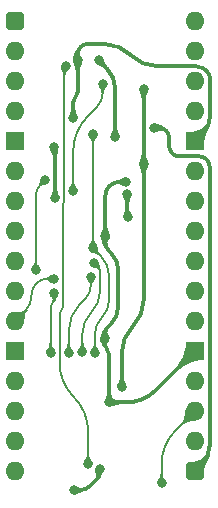
<source format=gbl>
%TF.GenerationSoftware,KiCad,Pcbnew,9.0.7-9.0.7~ubuntu24.04.1*%
%TF.CreationDate,2026-01-21T08:36:54+02:00*%
%TF.ProjectId,Main Memory Small Enable,4d61696e-204d-4656-9d6f-727920536d61,V0*%
%TF.SameCoordinates,Original*%
%TF.FileFunction,Copper,L2,Bot*%
%TF.FilePolarity,Positive*%
%FSLAX46Y46*%
G04 Gerber Fmt 4.6, Leading zero omitted, Abs format (unit mm)*
G04 Created by KiCad (PCBNEW 9.0.7-9.0.7~ubuntu24.04.1) date 2026-01-21 08:36:54*
%MOMM*%
%LPD*%
G01*
G04 APERTURE LIST*
G04 Aperture macros list*
%AMRoundRect*
0 Rectangle with rounded corners*
0 $1 Rounding radius*
0 $2 $3 $4 $5 $6 $7 $8 $9 X,Y pos of 4 corners*
0 Add a 4 corners polygon primitive as box body*
4,1,4,$2,$3,$4,$5,$6,$7,$8,$9,$2,$3,0*
0 Add four circle primitives for the rounded corners*
1,1,$1+$1,$2,$3*
1,1,$1+$1,$4,$5*
1,1,$1+$1,$6,$7*
1,1,$1+$1,$8,$9*
0 Add four rect primitives between the rounded corners*
20,1,$1+$1,$2,$3,$4,$5,0*
20,1,$1+$1,$4,$5,$6,$7,0*
20,1,$1+$1,$6,$7,$8,$9,0*
20,1,$1+$1,$8,$9,$2,$3,0*%
G04 Aperture macros list end*
%TA.AperFunction,ComponentPad*%
%ADD10O,1.600000X1.600000*%
%TD*%
%TA.AperFunction,ComponentPad*%
%ADD11R,1.600000X1.600000*%
%TD*%
%TA.AperFunction,ComponentPad*%
%ADD12RoundRect,0.400000X-0.400000X-0.400000X0.400000X-0.400000X0.400000X0.400000X-0.400000X0.400000X0*%
%TD*%
%TA.AperFunction,ViaPad*%
%ADD13C,0.800000*%
%TD*%
%TA.AperFunction,Conductor*%
%ADD14C,0.380000*%
%TD*%
%TA.AperFunction,Conductor*%
%ADD15C,0.200000*%
%TD*%
G04 APERTURE END LIST*
D10*
%TO.P,J2,32*%
%TO.N,3.3V*%
X15240000Y0D03*
%TO.P,J2,31*%
%TO.N,unconnected-(J2-Pad31)*%
X15240000Y-2540000D03*
%TO.P,J2,30*%
%TO.N,unconnected-(J2-Pad30)*%
X15240000Y-5080000D03*
%TO.P,J2,29*%
%TO.N,~{Main Memory}*%
X15240000Y-7620000D03*
D11*
%TO.P,J2,28*%
%TO.N,GND*%
X15240000Y-10160000D03*
D10*
%TO.P,J2,27*%
%TO.N,unconnected-(J2-Pad27)*%
X15240000Y-12700000D03*
%TO.P,J2,26*%
%TO.N,unconnected-(J2-Pad26)*%
X15240000Y-15240000D03*
%TO.P,J2,25*%
%TO.N,unconnected-(J2-Pad25)*%
X15240000Y-17780000D03*
%TO.P,J2,24*%
%TO.N,unconnected-(J2-Pad24)*%
X15240000Y-20320000D03*
%TO.P,J2,23*%
%TO.N,unconnected-(J2-Pad23)*%
X15240000Y-22860000D03*
%TO.P,J2,22*%
%TO.N,unconnected-(J2-Pad22)*%
X15240000Y-25400000D03*
D11*
%TO.P,J2,21*%
%TO.N,GND*%
X15240000Y-27940000D03*
D10*
%TO.P,J2,20*%
%TO.N,unconnected-(J2-Pad20)*%
X15240000Y-30480000D03*
%TO.P,J2,19*%
%TO.N,~{Contention}*%
X15240000Y-33020000D03*
%TO.P,J2,18*%
%TO.N,unconnected-(J2-Pad18)*%
X15240000Y-35560000D03*
D12*
%TO.P,J2,17*%
%TO.N,5V*%
X15240000Y-38100000D03*
D10*
%TO.P,J2,16*%
%TO.N,~{Set Contention}*%
X0Y-38100000D03*
%TO.P,J2,15*%
%TO.N,~{Reset}*%
X0Y-35560000D03*
%TO.P,J2,14*%
%TO.N,unconnected-(J2-Pad14)*%
X0Y-33020000D03*
%TO.P,J2,13*%
%TO.N,~{Main}7*%
X0Y-30480000D03*
D11*
%TO.P,J2,12*%
%TO.N,GND*%
X0Y-27940000D03*
D10*
%TO.P,J2,11*%
%TO.N,~{Main}6*%
X0Y-25400000D03*
%TO.P,J2,10*%
%TO.N,~{Main}5*%
X0Y-22860000D03*
%TO.P,J2,9*%
%TO.N,~{Main}4*%
X0Y-20320000D03*
%TO.P,J2,8*%
%TO.N,~{Main}3*%
X0Y-17780000D03*
%TO.P,J2,7*%
%TO.N,~{Main}2*%
X0Y-15240000D03*
%TO.P,J2,6*%
%TO.N,~{Main}1*%
X0Y-12700000D03*
D11*
%TO.P,J2,5*%
%TO.N,GND*%
X0Y-10160000D03*
D10*
%TO.P,J2,4*%
%TO.N,~{Main}0*%
X0Y-7620000D03*
%TO.P,J2,3*%
%TO.N,unconnected-(J2-Pad3)*%
X0Y-5080000D03*
%TO.P,J2,2*%
%TO.N,unconnected-(J2-Pad2)*%
X0Y-2540000D03*
D12*
%TO.P,J2,1*%
%TO.N,5V*%
X0Y0D03*
%TD*%
D13*
%TO.N,/~{Pre-Main Memory}*%
X7454207Y-5311000D03*
X4953000Y-14351000D03*
%TO.N,/Pre-Main Memory*%
X1790000Y-21082000D03*
X2540003Y-13461997D03*
%TO.N,~{Main}2*%
X6459010Y-21611998D03*
X4572000Y-28067002D03*
%TO.N,~{Main}1*%
X6731000Y-20447000D03*
X5738972Y-28021223D03*
%TO.N,~{Main}0*%
X6604006Y-19177000D03*
X6626565Y-9497830D03*
X6787507Y-28076711D03*
%TO.N,3.3V*%
X9076004Y-30920004D03*
X10922000Y-5715000D03*
X10922000Y-12065000D03*
%TO.N,GND*%
X5334000Y-3302000D03*
X8001000Y-32258000D03*
X3301992Y-10668000D03*
X5016500Y-39687500D03*
X7670000Y-18161000D03*
X7184500Y-37918500D03*
X3429000Y-14986000D03*
X4961382Y-8201956D03*
X7608000Y-26797000D03*
X9398000Y-13589000D03*
%TO.N,5V*%
X9570000Y-16588000D03*
X7112000Y-3302000D03*
X11810996Y-9017002D03*
X8509000Y-9779000D03*
X9525000Y-14605000D03*
%TO.N,~{Contention}*%
X12446000Y-39116000D03*
%TO.N,~{Main}3*%
X3318370Y-22987000D03*
X3049499Y-28047079D03*
%TO.N,~{Main}6*%
X3293731Y-21785205D03*
%TO.N,/Contention*%
X6223000Y-37465000D03*
X4318000Y-3810000D03*
%TD*%
D14*
%TO.N,5V*%
X13081000Y-10562789D02*
G75*
G03*
X13334997Y-11176003I867200J-11D01*
G01*
X13335000Y-11176000D02*
G75*
G03*
X13948210Y-11429996I613200J613200D01*
G01*
X12827001Y-9271001D02*
G75*
G03*
X12213793Y-9017004I-613201J-613199D01*
G01*
X16256000Y-11684000D02*
G75*
G03*
X15642789Y-11430004I-613200J-613200D01*
G01*
X16510000Y-35931974D02*
G75*
G02*
X15875001Y-37465001I-2168040J4D01*
G01*
X12827001Y-9271001D02*
G75*
G02*
X13080996Y-9884208I-613201J-613199D01*
G01*
X16256000Y-11684000D02*
G75*
G02*
X16509996Y-12297210I-613200J-613200D01*
G01*
X9525000Y-16511180D02*
G75*
G03*
X9547494Y-16565506I76800J-20D01*
G01*
X7810500Y-4000500D02*
G75*
G02*
X8509001Y-5686828I-1686330J-1686330D01*
G01*
%TO.N,GND*%
X8885460Y-13589000D02*
G75*
G03*
X8026012Y-13945012I40J-1215500D01*
G01*
X7828263Y-25953736D02*
G75*
G03*
X7607991Y-26485500I531737J-531764D01*
G01*
X7807500Y-27746500D02*
G75*
G02*
X8001021Y-28213650I-467200J-467200D01*
G01*
X8216500Y-19685000D02*
G75*
G02*
X8763013Y-21004367I-1319400J-1319400D01*
G01*
X9842500Y-2857500D02*
G75*
G03*
X12142038Y-3810001I2299540J2299540D01*
G01*
X16226499Y-4161499D02*
G75*
G03*
X15377904Y-3809998I-848599J-848601D01*
G01*
X9842500Y-2857500D02*
G75*
G03*
X7542961Y-1904996I-2299540J-2299530D01*
G01*
X16577999Y-7875892D02*
G75*
G02*
X15909001Y-9491002I-2284099J-8D01*
G01*
X7614000Y-27279349D02*
G75*
G03*
X7807500Y-27746500I660650J-1D01*
G01*
X5588000Y-2159000D02*
G75*
G03*
X5334004Y-2772210I613200J-613200D01*
G01*
X7184500Y-38227000D02*
G75*
G02*
X6966361Y-38753646I-744800J0D01*
G01*
X8763000Y-24202291D02*
G75*
G02*
X8185502Y-25596502I-1971720J1D01*
G01*
X3365496Y-10731504D02*
G75*
G02*
X3428993Y-10884816I-153296J-153296D01*
G01*
X16226499Y-4161499D02*
G75*
G02*
X16578002Y-5010094I-848599J-848601D01*
G01*
X5147691Y-6409309D02*
G75*
G03*
X4961387Y-6859098I449809J-449791D01*
G01*
X11954729Y-31225270D02*
G75*
G02*
X9461500Y-32257999I-2493229J2493230D01*
G01*
X8026000Y-13945000D02*
G75*
G03*
X7669983Y-14804460I859500J-859500D01*
G01*
X7670000Y-18649750D02*
G75*
G03*
X8015599Y-19484097I1179940J0D01*
G01*
X6201210Y-1905000D02*
G75*
G03*
X5587997Y-2158997I-10J-867200D01*
G01*
X7611000Y-26800000D02*
G75*
G02*
X7613982Y-26807242I-7200J-7200D01*
G01*
X6391710Y-39328289D02*
G75*
G02*
X5524500Y-39687505I-867210J867189D01*
G01*
X5334000Y-5959519D02*
G75*
G02*
X5147682Y-6409300I-636100J19D01*
G01*
%TO.N,3.3V*%
X10922000Y-23586683D02*
G75*
G02*
X9999002Y-25814998I-3151320J3D01*
G01*
X9999002Y-25814998D02*
G75*
G03*
X9076008Y-28043312I2228298J-2228302D01*
G01*
D15*
%TO.N,/Contention*%
X4135685Y-15339976D02*
G75*
G03*
X4068363Y-15502488I162515J-162524D01*
G01*
X4203000Y-15177463D02*
G75*
G02*
X4135698Y-15339989I-229800J-37D01*
G01*
X3799499Y-28882825D02*
G75*
G03*
X5011247Y-31808251I4137171J-5D01*
G01*
X4068370Y-24193879D02*
G75*
G02*
X3933937Y-24518438I-459000J-1D01*
G01*
X4260500Y-3867500D02*
G75*
G03*
X4203007Y-4006317I138800J-138800D01*
G01*
X5011249Y-31808249D02*
G75*
G02*
X6222996Y-34733673I-2925429J-2925421D01*
G01*
X3933934Y-24518435D02*
G75*
G03*
X3799495Y-24842991I324566J-324565D01*
G01*
%TO.N,~{Main}6*%
X2755763Y-21785205D02*
G75*
G03*
X1837393Y-22165605I-3J-1298765D01*
G01*
X1426968Y-23274532D02*
G75*
G02*
X933053Y-24466946I-1686338J5D01*
G01*
X1822381Y-22180618D02*
G75*
G03*
X1426967Y-23135231I954609J-954612D01*
G01*
%TO.N,~{Main}3*%
X3318370Y-23544008D02*
G75*
G02*
X3183926Y-23868556I-458970J8D01*
G01*
X3183934Y-23868564D02*
G75*
G03*
X3049516Y-24193120I324566J-324536D01*
G01*
%TO.N,~{Contention}*%
X13613433Y-34646566D02*
G75*
G03*
X12446009Y-37465000I2818467J-2818434D01*
G01*
%TO.N,~{Main}0*%
X6626565Y-19138489D02*
G75*
G02*
X6615302Y-19165737I-38565J-11D01*
G01*
X7302503Y-19875497D02*
G75*
G02*
X8000993Y-21561817I-1686303J-1686303D01*
G01*
X8001000Y-23583616D02*
G75*
G02*
X7394252Y-25048431I-2071570J6D01*
G01*
X7394253Y-25048432D02*
G75*
G03*
X6787505Y-26513248I1464817J-1464818D01*
G01*
%TO.N,~{Main}1*%
X6488986Y-24626014D02*
G75*
G03*
X5738984Y-26436707I1810714J-1810686D01*
G01*
X6985000Y-20701000D02*
G75*
G02*
X7238996Y-21314210I-613200J-613200D01*
G01*
X7239000Y-22815320D02*
G75*
G02*
X6488988Y-24626016I-2560720J0D01*
G01*
%TO.N,~{Main}2*%
X6459010Y-22308494D02*
G75*
G02*
X5966513Y-23497488I-1681500J4D01*
G01*
X5515505Y-23948495D02*
G75*
G03*
X4572004Y-26226317I2277795J-2277805D01*
G01*
%TO.N,/Pre-Main Memory*%
X2165001Y-13836998D02*
G75*
G03*
X1789999Y-14742332I905329J-905332D01*
G01*
%TO.N,/~{Pre-Main Memory}*%
X7454207Y-6040396D02*
G75*
G02*
X6938445Y-7285554I-1760907J-4D01*
G01*
X6203603Y-8020396D02*
G75*
G03*
X4952997Y-11039620I3019217J-3019224D01*
G01*
D14*
%TO.N,GND*%
X7670000Y-18161000D02*
X7670000Y-14804460D01*
X8885460Y-13589000D02*
X9398000Y-13589000D01*
D15*
%TO.N,/~{Pre-Main Memory}*%
X4953000Y-14351000D02*
X4953000Y-11039620D01*
X6938445Y-7285554D02*
X6203603Y-8020396D01*
X7454207Y-6040396D02*
X7454207Y-5311000D01*
%TO.N,/Pre-Main Memory*%
X1790000Y-21082000D02*
X1790000Y-14742332D01*
X2540003Y-13461997D02*
X2165001Y-13836998D01*
%TO.N,~{Main}2*%
X6459010Y-21611998D02*
X6459010Y-22308494D01*
X4572000Y-28067002D02*
X4572000Y-26226317D01*
X5966512Y-23497487D02*
X5515505Y-23948495D01*
%TO.N,~{Main}1*%
X5738972Y-28021223D02*
X5738972Y-26436707D01*
X6731000Y-20447000D02*
X6985000Y-20701000D01*
X7239000Y-21314210D02*
X7239000Y-22815320D01*
%TO.N,~{Main}0*%
X7302503Y-19875497D02*
X6604006Y-19177000D01*
X6787507Y-28076711D02*
X6787507Y-26513248D01*
X6615285Y-19165720D02*
X6604006Y-19177000D01*
X6626565Y-19138489D02*
X6626565Y-9497830D01*
X8001000Y-21561817D02*
X8001000Y-23583616D01*
D14*
%TO.N,3.3V*%
X10922000Y-12065000D02*
X10922000Y-5715000D01*
X9076004Y-30920004D02*
X9076004Y-28043312D01*
X10922000Y-12065000D02*
X10922000Y-23586683D01*
%TO.N,GND*%
X3365496Y-10731504D02*
X3301992Y-10668000D01*
X8001000Y-28213650D02*
X8001000Y-32258000D01*
X16577999Y-7875892D02*
X16577999Y-5010094D01*
X4961382Y-6859098D02*
X4961382Y-8201956D01*
X7828263Y-25953736D02*
X8185500Y-25596500D01*
X12142038Y-3810000D02*
X15377904Y-3810000D01*
X7184500Y-37918500D02*
X7184500Y-38227000D01*
X11954729Y-31225270D02*
X15240000Y-27940000D01*
X8763000Y-21004367D02*
X8763000Y-24202291D01*
X7670000Y-18161000D02*
X7670000Y-18649750D01*
X7608000Y-26797000D02*
X7611000Y-26800000D01*
X5016500Y-39687500D02*
X5524500Y-39687500D01*
X7542961Y-1905000D02*
X6201210Y-1905000D01*
X15908999Y-9491000D02*
X15240000Y-10160000D01*
X7614000Y-27279349D02*
X7614000Y-26807242D01*
X5334000Y-3302000D02*
X5334000Y-2772210D01*
X8216500Y-19685000D02*
X8015598Y-19484098D01*
X8001000Y-32258000D02*
X9461500Y-32258000D01*
X3429000Y-14986000D02*
X3429000Y-10884816D01*
X5334000Y-3302000D02*
X5334000Y-5959519D01*
X7608000Y-26797000D02*
X7608000Y-26485500D01*
X6966357Y-38753642D02*
X6391710Y-39328289D01*
%TO.N,5V*%
X8509000Y-9779000D02*
X8509000Y-5686828D01*
X7112000Y-3302000D02*
X7810500Y-4000500D01*
X13081000Y-10562789D02*
X13081000Y-9884208D01*
X9525000Y-14605000D02*
X9525000Y-16511180D01*
X9570000Y-16588000D02*
X9547500Y-16565500D01*
X12213793Y-9017002D02*
X11810996Y-9017002D01*
X15875000Y-37465000D02*
X15240000Y-38100000D01*
X16510000Y-35931974D02*
X16510000Y-12297210D01*
X13948210Y-11430000D02*
X15642789Y-11430000D01*
D15*
%TO.N,~{Contention}*%
X13613433Y-34646566D02*
X15240000Y-33020000D01*
X12446000Y-37465000D02*
X12446000Y-39116000D01*
%TO.N,~{Main}3*%
X3049499Y-28047079D02*
X3049499Y-24193120D01*
X3318370Y-23544008D02*
X3318370Y-22987000D01*
%TO.N,~{Main}6*%
X1837393Y-22165605D02*
X1822381Y-22180618D01*
X1426968Y-23274532D02*
X1426968Y-23135231D01*
X933053Y-24466946D02*
X0Y-25400000D01*
X2755763Y-21785205D02*
X3293731Y-21785205D01*
%TO.N,/Contention*%
X6223000Y-34733673D02*
X6223000Y-37465000D01*
X4203000Y-15177463D02*
X4203000Y-4006317D01*
X3799499Y-28882825D02*
X3799499Y-24842991D01*
X4068370Y-15502488D02*
X4068370Y-24193879D01*
X4318000Y-3810000D02*
X4260500Y-3867500D01*
%TD*%
%TA.AperFunction,Conductor*%
%TO.N,5V*%
G36*
X16182477Y-36674871D02*
G01*
X16513009Y-36811782D01*
X16519341Y-36818114D01*
X16519341Y-36827068D01*
X16518620Y-36828518D01*
X16435906Y-36969302D01*
X16435899Y-36969314D01*
X16271639Y-37308858D01*
X16271626Y-37308890D01*
X16145384Y-37646858D01*
X16145383Y-37646861D01*
X16067698Y-37944084D01*
X16035089Y-38189813D01*
X16039573Y-38369043D01*
X16036354Y-38377400D01*
X16028170Y-38381032D01*
X16023950Y-38380357D01*
X15992193Y-38369043D01*
X15489120Y-38189813D01*
X15244194Y-38102553D01*
X15237552Y-38096550D01*
X14869867Y-37318091D01*
X14869433Y-37309149D01*
X14875450Y-37302517D01*
X14881279Y-37301426D01*
X14936476Y-37305371D01*
X14936480Y-37305370D01*
X14936481Y-37305371D01*
X14971554Y-37304728D01*
X15048726Y-37303315D01*
X15161108Y-37290214D01*
X15284270Y-37264164D01*
X15405248Y-37227314D01*
X15532668Y-37176718D01*
X15654492Y-37116836D01*
X15773218Y-37046855D01*
X15882479Y-36970813D01*
X15884194Y-36969302D01*
X15911203Y-36945495D01*
X16060392Y-36814004D01*
X16168866Y-36678372D01*
X16176709Y-36674053D01*
X16182477Y-36674871D01*
G37*
%TD.AperFunction*%
%TD*%
%TA.AperFunction,Conductor*%
%TO.N,GND*%
G36*
X7608955Y-25937188D02*
G01*
X7609300Y-25937410D01*
X7906524Y-26136015D01*
X7911499Y-26143461D01*
X7910442Y-26151067D01*
X7862576Y-26244724D01*
X7862575Y-26244728D01*
X7851873Y-26328566D01*
X7851873Y-26328570D01*
X7871272Y-26403803D01*
X7871275Y-26403811D01*
X7908977Y-26480920D01*
X7955287Y-26575327D01*
X7955951Y-26576990D01*
X7996438Y-26706560D01*
X7995634Y-26715479D01*
X7988760Y-26721218D01*
X7987573Y-26721521D01*
X7612225Y-26796871D01*
X7603439Y-26795140D01*
X7603398Y-26795112D01*
X7284491Y-26580871D01*
X7279534Y-26573413D01*
X7280886Y-26565303D01*
X7382328Y-26389842D01*
X7437315Y-26252729D01*
X7485315Y-26130774D01*
X7485766Y-26129774D01*
X7530809Y-26041345D01*
X7531280Y-26040508D01*
X7592851Y-25940981D01*
X7600117Y-25935750D01*
X7608955Y-25937188D01*
G37*
%TD.AperFunction*%
%TD*%
%TA.AperFunction,Conductor*%
%TO.N,GND*%
G36*
X16266980Y-8603023D02*
G01*
X16597279Y-8739837D01*
X16603611Y-8746169D01*
X16603611Y-8755123D01*
X16602948Y-8756473D01*
X16580162Y-8796150D01*
X16580154Y-8796165D01*
X16386987Y-9177489D01*
X16386984Y-9177498D01*
X16226223Y-9568501D01*
X16116546Y-9916840D01*
X16056918Y-10207646D01*
X16041103Y-10426446D01*
X16037088Y-10434450D01*
X16028589Y-10437272D01*
X16025560Y-10436642D01*
X15244203Y-10162531D01*
X15237531Y-10156559D01*
X15237521Y-10156539D01*
X14864200Y-9375983D01*
X14863722Y-9367041D01*
X14869707Y-9360380D01*
X14874257Y-9359246D01*
X14965458Y-9355361D01*
X14965464Y-9355360D01*
X14965473Y-9355360D01*
X15092420Y-9338856D01*
X15218347Y-9311445D01*
X15352926Y-9270558D01*
X15483891Y-9219478D01*
X15617364Y-9155772D01*
X15743872Y-9083862D01*
X15863219Y-9004485D01*
X15972365Y-8920152D01*
X16146614Y-8751862D01*
X16253074Y-8606905D01*
X16260732Y-8602267D01*
X16266980Y-8603023D01*
G37*
%TD.AperFunction*%
%TD*%
%TA.AperFunction,Conductor*%
%TO.N,GND*%
G36*
X7189058Y-37920358D02*
G01*
X7189101Y-37920387D01*
X7507987Y-38134614D01*
X7512944Y-38142072D01*
X7511579Y-38150205D01*
X7409658Y-38325576D01*
X7353663Y-38462344D01*
X7306081Y-38581053D01*
X7305636Y-38582031D01*
X7259849Y-38671486D01*
X7259380Y-38672316D01*
X7196653Y-38773580D01*
X7189384Y-38778809D01*
X7180546Y-38777365D01*
X7180207Y-38777147D01*
X6882979Y-38578550D01*
X6878004Y-38571105D01*
X6879066Y-38563488D01*
X6927086Y-38469740D01*
X6927087Y-38469737D01*
X6931245Y-38438066D01*
X6938107Y-38385810D01*
X6919129Y-38310428D01*
X6881902Y-38233050D01*
X6837298Y-38140988D01*
X6836658Y-38139368D01*
X6796045Y-38008930D01*
X6796857Y-38000012D01*
X6803738Y-37994281D01*
X6804911Y-37993981D01*
X7180275Y-37918628D01*
X7189058Y-37920358D01*
G37*
%TD.AperFunction*%
%TD*%
%TA.AperFunction,Conductor*%
%TO.N,~{Main}1*%
G36*
X7121009Y-20372908D02*
G01*
X7125879Y-20379962D01*
X7170956Y-20573218D01*
X7213706Y-20710581D01*
X7232326Y-20767386D01*
X7232446Y-20767776D01*
X7266340Y-20884819D01*
X7266516Y-20885500D01*
X7301472Y-21040542D01*
X7299948Y-21049366D01*
X7292631Y-21054529D01*
X7292340Y-21054590D01*
X7118681Y-21089131D01*
X7109899Y-21087384D01*
X7105104Y-21080707D01*
X7090539Y-21026786D01*
X7090538Y-21026782D01*
X7067485Y-20977430D01*
X7039170Y-20941007D01*
X7039167Y-20941005D01*
X7039166Y-20941003D01*
X7039167Y-20941003D01*
X7005972Y-20915317D01*
X7005968Y-20915315D01*
X6926395Y-20887317D01*
X6831751Y-20875837D01*
X6831749Y-20875836D01*
X6831726Y-20875834D01*
X6762976Y-20868803D01*
X6761646Y-20868589D01*
X6630897Y-20839745D01*
X6628220Y-20838803D01*
X6520678Y-20785490D01*
X6514788Y-20778745D01*
X6515392Y-20769810D01*
X6516124Y-20768541D01*
X6728104Y-20450076D01*
X6735539Y-20445090D01*
X7112232Y-20371139D01*
X7121009Y-20372908D01*
G37*
%TD.AperFunction*%
%TD*%
%TA.AperFunction,Conductor*%
%TO.N,GND*%
G36*
X7857182Y-17372113D02*
G01*
X7860592Y-17379762D01*
X7867283Y-17505001D01*
X7878481Y-17563121D01*
X7887006Y-17607371D01*
X7887007Y-17607373D01*
X7915973Y-17689038D01*
X7915973Y-17689040D01*
X7950945Y-17763153D01*
X7951026Y-17763328D01*
X8006434Y-17885941D01*
X8007030Y-17887574D01*
X8058873Y-18070804D01*
X8057828Y-18079697D01*
X8050800Y-18085247D01*
X8049926Y-18085459D01*
X7672311Y-18161534D01*
X7667689Y-18161534D01*
X7290038Y-18085452D01*
X7282605Y-18080458D01*
X7280879Y-18071671D01*
X7281082Y-18070829D01*
X7330735Y-17893419D01*
X7331325Y-17891788D01*
X7388974Y-17763328D01*
X7389041Y-17763182D01*
X7417485Y-17703876D01*
X7462179Y-17569614D01*
X7475272Y-17480856D01*
X7479528Y-17379893D01*
X7483301Y-17371772D01*
X7491218Y-17368686D01*
X7848909Y-17368686D01*
X7857182Y-17372113D01*
G37*
%TD.AperFunction*%
%TD*%
%TA.AperFunction,Conductor*%
%TO.N,GND*%
G36*
X9316992Y-13200931D02*
G01*
X9322269Y-13208166D01*
X9322366Y-13208607D01*
X9398521Y-13586532D01*
X9398522Y-13591152D01*
X9322427Y-13969080D01*
X9317434Y-13976514D01*
X9308648Y-13978241D01*
X9307915Y-13978069D01*
X9235973Y-13958698D01*
X9234409Y-13958155D01*
X9168670Y-13930002D01*
X9166985Y-13929111D01*
X9065976Y-13864689D01*
X9065894Y-13864572D01*
X9065865Y-13864618D01*
X8990834Y-13815560D01*
X8896916Y-13784395D01*
X8833941Y-13780810D01*
X8833932Y-13780810D01*
X8767387Y-13787205D01*
X8758824Y-13784586D01*
X8754712Y-13777390D01*
X8698734Y-13424014D01*
X8700824Y-13415309D01*
X8707969Y-13410719D01*
X8806819Y-13390758D01*
X8890633Y-13364810D01*
X9016154Y-13305963D01*
X9016170Y-13305954D01*
X9016209Y-13305937D01*
X9051362Y-13289008D01*
X9129198Y-13251527D01*
X9130424Y-13251022D01*
X9211778Y-13222921D01*
X9212832Y-13222612D01*
X9308145Y-13199546D01*
X9316992Y-13200931D01*
G37*
%TD.AperFunction*%
%TD*%
%TA.AperFunction,Conductor*%
%TO.N,/~{Pre-Main Memory}*%
G36*
X5050488Y-13562113D02*
G01*
X5053876Y-13569435D01*
X5063958Y-13693120D01*
X5093312Y-13792714D01*
X5093313Y-13792716D01*
X5135785Y-13870178D01*
X5186113Y-13938247D01*
X5186168Y-13938319D01*
X5224272Y-13988635D01*
X5225049Y-13989801D01*
X5294858Y-14109647D01*
X5295704Y-14111430D01*
X5322592Y-14183177D01*
X5322981Y-14184421D01*
X5342311Y-14261056D01*
X5341011Y-14269916D01*
X5333828Y-14275263D01*
X5333277Y-14275388D01*
X4955311Y-14351534D01*
X4950689Y-14351534D01*
X4572929Y-14275430D01*
X4565496Y-14270436D01*
X4563770Y-14261649D01*
X4563946Y-14260906D01*
X4584797Y-14183789D01*
X4591559Y-14158778D01*
X4592139Y-14157135D01*
X4630451Y-14070062D01*
X4631480Y-14068203D01*
X4719887Y-13938247D01*
X4719917Y-13938203D01*
X4788665Y-13840644D01*
X4834932Y-13726062D01*
X4848241Y-13650673D01*
X4852426Y-13569782D01*
X4856275Y-13561697D01*
X4864110Y-13558686D01*
X5042215Y-13558686D01*
X5050488Y-13562113D01*
G37*
%TD.AperFunction*%
%TD*%
%TA.AperFunction,Conductor*%
%TO.N,/~{Pre-Main Memory}*%
G36*
X7460744Y-5314377D02*
G01*
X7776667Y-5526430D01*
X7781626Y-5533887D01*
X7779861Y-5542666D01*
X7779581Y-5543064D01*
X7682231Y-5675806D01*
X7682167Y-5675892D01*
X7627263Y-5749340D01*
X7627260Y-5749345D01*
X7577705Y-5851152D01*
X7561126Y-5932506D01*
X7561124Y-5932518D01*
X7554896Y-6030983D01*
X7550953Y-6039023D01*
X7543015Y-6041942D01*
X7365191Y-6038845D01*
X7356979Y-6035275D01*
X7353708Y-6027696D01*
X7353650Y-6026481D01*
X7348263Y-5911831D01*
X7325487Y-5822303D01*
X7286473Y-5751417D01*
X7231845Y-5680576D01*
X7231749Y-5680450D01*
X7228339Y-5675892D01*
X7128995Y-5543088D01*
X7126784Y-5534411D01*
X7131356Y-5526711D01*
X7131830Y-5526374D01*
X7447704Y-5314376D01*
X7456482Y-5312612D01*
X7460744Y-5314377D01*
G37*
%TD.AperFunction*%
%TD*%
%TA.AperFunction,Conductor*%
%TO.N,/Pre-Main Memory*%
G36*
X1887488Y-20293113D02*
G01*
X1890876Y-20300435D01*
X1900958Y-20424120D01*
X1930312Y-20523714D01*
X1930313Y-20523716D01*
X1972785Y-20601178D01*
X2023113Y-20669247D01*
X2023168Y-20669319D01*
X2061272Y-20719635D01*
X2062049Y-20720801D01*
X2131858Y-20840647D01*
X2132704Y-20842430D01*
X2159592Y-20914177D01*
X2159981Y-20915421D01*
X2179311Y-20992056D01*
X2178011Y-21000916D01*
X2170828Y-21006263D01*
X2170277Y-21006388D01*
X1792311Y-21082534D01*
X1787689Y-21082534D01*
X1409929Y-21006430D01*
X1402496Y-21001436D01*
X1400770Y-20992649D01*
X1400946Y-20991906D01*
X1421797Y-20914789D01*
X1428559Y-20889778D01*
X1429139Y-20888135D01*
X1467451Y-20801062D01*
X1468480Y-20799203D01*
X1556887Y-20669247D01*
X1556917Y-20669203D01*
X1625665Y-20571644D01*
X1671932Y-20457062D01*
X1685241Y-20381673D01*
X1689426Y-20300782D01*
X1693275Y-20292697D01*
X1701110Y-20289686D01*
X1879215Y-20289686D01*
X1887488Y-20293113D01*
G37*
%TD.AperFunction*%
%TD*%
%TA.AperFunction,Conductor*%
%TO.N,/Pre-Main Memory*%
G36*
X2159761Y-13386334D02*
G01*
X2252446Y-13404551D01*
X2532886Y-13459673D01*
X2540341Y-13464631D01*
X2542107Y-13468891D01*
X2615595Y-13841907D01*
X2613832Y-13850687D01*
X2606378Y-13855648D01*
X2605484Y-13855789D01*
X2510939Y-13866919D01*
X2509499Y-13866999D01*
X2422596Y-13866466D01*
X2327937Y-13868592D01*
X2250911Y-13897048D01*
X2207840Y-13932515D01*
X2207839Y-13932516D01*
X2169252Y-13978633D01*
X2161315Y-13982779D01*
X2153403Y-13980591D01*
X2009454Y-13876006D01*
X2004777Y-13868373D01*
X2006544Y-13860135D01*
X2061927Y-13775565D01*
X2096261Y-13701029D01*
X2113136Y-13633266D01*
X2122237Y-13559761D01*
X2122256Y-13559622D01*
X2145926Y-13396135D01*
X2150502Y-13388441D01*
X2159180Y-13386235D01*
X2159761Y-13386334D01*
G37*
%TD.AperFunction*%
%TD*%
%TA.AperFunction,Conductor*%
%TO.N,~{Main}2*%
G36*
X6465546Y-21615374D02*
G01*
X6781295Y-21827310D01*
X6786254Y-21834767D01*
X6784489Y-21843546D01*
X6784088Y-21844105D01*
X6680605Y-21980241D01*
X6680448Y-21980444D01*
X6630362Y-22043418D01*
X6581745Y-22137851D01*
X6581744Y-22137851D01*
X6565759Y-22211603D01*
X6559753Y-22299234D01*
X6555768Y-22307254D01*
X6547864Y-22310132D01*
X6369927Y-22306851D01*
X6361719Y-22303272D01*
X6358459Y-22295764D01*
X6354061Y-22211603D01*
X6352978Y-22190869D01*
X6330607Y-22109102D01*
X6293231Y-22045233D01*
X6242275Y-21983280D01*
X6242075Y-21983030D01*
X6239907Y-21980241D01*
X6134118Y-21844128D01*
X6131748Y-21835495D01*
X6136177Y-21827712D01*
X6136817Y-21827249D01*
X6452508Y-21615374D01*
X6461286Y-21613610D01*
X6465546Y-21615374D01*
G37*
%TD.AperFunction*%
%TD*%
%TA.AperFunction,Conductor*%
%TO.N,~{Main}2*%
G36*
X4669488Y-27278115D02*
G01*
X4672876Y-27285437D01*
X4682958Y-27409122D01*
X4712312Y-27508716D01*
X4712313Y-27508718D01*
X4754785Y-27586180D01*
X4805113Y-27654249D01*
X4805168Y-27654321D01*
X4843272Y-27704637D01*
X4844049Y-27705803D01*
X4913858Y-27825649D01*
X4914704Y-27827432D01*
X4941592Y-27899179D01*
X4941981Y-27900423D01*
X4961311Y-27977058D01*
X4960011Y-27985918D01*
X4952828Y-27991265D01*
X4952277Y-27991390D01*
X4574311Y-28067536D01*
X4569689Y-28067536D01*
X4191929Y-27991432D01*
X4184496Y-27986438D01*
X4182770Y-27977651D01*
X4182946Y-27976908D01*
X4203797Y-27899791D01*
X4210559Y-27874780D01*
X4211139Y-27873137D01*
X4249451Y-27786064D01*
X4250480Y-27784205D01*
X4338887Y-27654249D01*
X4338917Y-27654205D01*
X4407665Y-27556646D01*
X4453932Y-27442064D01*
X4467241Y-27366675D01*
X4471426Y-27285784D01*
X4475275Y-27277699D01*
X4483110Y-27274688D01*
X4661215Y-27274688D01*
X4669488Y-27278115D01*
G37*
%TD.AperFunction*%
%TD*%
%TA.AperFunction,Conductor*%
%TO.N,~{Main}1*%
G36*
X5836460Y-27232336D02*
G01*
X5839848Y-27239658D01*
X5849930Y-27363343D01*
X5879284Y-27462937D01*
X5879285Y-27462939D01*
X5921757Y-27540401D01*
X5972085Y-27608470D01*
X5972140Y-27608542D01*
X6010244Y-27658858D01*
X6011021Y-27660024D01*
X6080830Y-27779870D01*
X6081676Y-27781653D01*
X6108564Y-27853400D01*
X6108953Y-27854644D01*
X6128283Y-27931279D01*
X6126983Y-27940139D01*
X6119800Y-27945486D01*
X6119249Y-27945611D01*
X5741283Y-28021757D01*
X5736661Y-28021757D01*
X5358901Y-27945653D01*
X5351468Y-27940659D01*
X5349742Y-27931872D01*
X5349918Y-27931129D01*
X5370769Y-27854012D01*
X5377531Y-27829001D01*
X5378111Y-27827358D01*
X5416423Y-27740285D01*
X5417452Y-27738426D01*
X5505859Y-27608470D01*
X5505889Y-27608426D01*
X5574637Y-27510867D01*
X5620904Y-27396285D01*
X5634213Y-27320896D01*
X5638398Y-27240005D01*
X5642247Y-27231920D01*
X5650082Y-27228909D01*
X5828187Y-27228909D01*
X5836460Y-27232336D01*
G37*
%TD.AperFunction*%
%TD*%
%TA.AperFunction,Conductor*%
%TO.N,~{Main}0*%
G36*
X6942412Y-18964953D02*
G01*
X6942814Y-18965602D01*
X6995502Y-19057341D01*
X6996260Y-19058927D01*
X7030732Y-19147569D01*
X7031322Y-19149623D01*
X7060691Y-19303972D01*
X7060725Y-19304162D01*
X7081083Y-19421670D01*
X7081084Y-19421674D01*
X7118045Y-19508699D01*
X7129391Y-19535411D01*
X7167171Y-19589392D01*
X7173290Y-19598135D01*
X7227526Y-19658288D01*
X7230521Y-19666727D01*
X7227110Y-19674396D01*
X7101172Y-19800334D01*
X7092899Y-19803761D01*
X7085325Y-19800979D01*
X6990741Y-19720652D01*
X6990739Y-19720651D01*
X6990738Y-19720650D01*
X6899558Y-19670984D01*
X6899557Y-19670983D01*
X6899556Y-19670983D01*
X6814749Y-19646241D01*
X6745998Y-19635939D01*
X6731042Y-19633698D01*
X6731028Y-19633696D01*
X6668422Y-19625048D01*
X6667038Y-19624771D01*
X6532934Y-19589392D01*
X6531075Y-19588729D01*
X6461333Y-19557010D01*
X6460178Y-19556405D01*
X6415406Y-19529669D01*
X6392318Y-19515882D01*
X6386973Y-19508699D01*
X6388273Y-19499839D01*
X6388562Y-19499379D01*
X6601994Y-19178255D01*
X6605262Y-19174988D01*
X6646516Y-19147569D01*
X6926193Y-18961684D01*
X6934979Y-18959959D01*
X6942412Y-18964953D01*
G37*
%TD.AperFunction*%
%TD*%
%TA.AperFunction,Conductor*%
%TO.N,~{Main}0*%
G36*
X6884995Y-27287824D02*
G01*
X6888383Y-27295146D01*
X6898465Y-27418831D01*
X6927819Y-27518425D01*
X6927820Y-27518427D01*
X6970292Y-27595889D01*
X7020620Y-27663958D01*
X7020675Y-27664030D01*
X7058779Y-27714346D01*
X7059556Y-27715512D01*
X7129365Y-27835358D01*
X7130211Y-27837141D01*
X7157099Y-27908888D01*
X7157488Y-27910132D01*
X7176818Y-27986767D01*
X7175518Y-27995627D01*
X7168335Y-28000974D01*
X7167784Y-28001099D01*
X6789818Y-28077245D01*
X6785196Y-28077245D01*
X6407436Y-28001141D01*
X6400003Y-27996147D01*
X6398277Y-27987360D01*
X6398453Y-27986617D01*
X6419304Y-27909500D01*
X6426066Y-27884489D01*
X6426646Y-27882846D01*
X6464958Y-27795773D01*
X6465987Y-27793914D01*
X6554394Y-27663958D01*
X6554424Y-27663914D01*
X6623172Y-27566355D01*
X6669439Y-27451773D01*
X6682748Y-27376384D01*
X6686933Y-27295493D01*
X6690782Y-27287408D01*
X6698617Y-27284397D01*
X6876722Y-27284397D01*
X6884995Y-27287824D01*
G37*
%TD.AperFunction*%
%TD*%
%TA.AperFunction,Conductor*%
%TO.N,~{Main}0*%
G36*
X7006635Y-9573399D02*
G01*
X7014068Y-9578393D01*
X7015794Y-9587180D01*
X7015618Y-9587923D01*
X6988007Y-9690043D01*
X6987422Y-9691701D01*
X6949115Y-9778760D01*
X6948080Y-9780629D01*
X6859727Y-9910509D01*
X6859617Y-9910667D01*
X6790900Y-10008183D01*
X6744633Y-10122767D01*
X6731323Y-10198162D01*
X6731322Y-10198171D01*
X6727139Y-10279048D01*
X6723290Y-10287133D01*
X6715455Y-10290144D01*
X6537350Y-10290144D01*
X6529077Y-10286717D01*
X6525689Y-10279395D01*
X6519067Y-10198162D01*
X6515607Y-10155710D01*
X6486253Y-10056117D01*
X6486251Y-10056113D01*
X6443778Y-9978651D01*
X6393451Y-9910582D01*
X6384841Y-9899213D01*
X6355289Y-9860189D01*
X6354515Y-9859027D01*
X6307760Y-9778760D01*
X6284705Y-9739180D01*
X6283860Y-9737398D01*
X6256972Y-9665652D01*
X6256583Y-9664408D01*
X6237253Y-9587769D01*
X6238553Y-9578913D01*
X6245736Y-9573566D01*
X6246278Y-9573442D01*
X6624257Y-9497295D01*
X6628873Y-9497295D01*
X7006635Y-9573399D01*
G37*
%TD.AperFunction*%
%TD*%
%TA.AperFunction,Conductor*%
%TO.N,~{Main}0*%
G36*
X6723980Y-18388113D02*
G01*
X6727374Y-18395514D01*
X6736604Y-18519040D01*
X6763538Y-18619052D01*
X6763540Y-18619056D01*
X6802603Y-18697410D01*
X6802608Y-18697419D01*
X6849052Y-18766819D01*
X6874104Y-18802951D01*
X6874703Y-18803910D01*
X6944874Y-18929493D01*
X6945645Y-18931173D01*
X6972910Y-19005543D01*
X6973276Y-19006734D01*
X6993350Y-19087077D01*
X6992031Y-19095934D01*
X6984835Y-19101264D01*
X6984310Y-19101383D01*
X6608787Y-19177036D01*
X6600000Y-19175310D01*
X6599956Y-19175281D01*
X6281534Y-18961561D01*
X6276574Y-18954105D01*
X6278339Y-18945326D01*
X6278586Y-18944972D01*
X6386370Y-18797637D01*
X6458513Y-18698580D01*
X6506327Y-18588871D01*
X6521535Y-18500980D01*
X6526081Y-18395880D01*
X6529862Y-18387763D01*
X6537770Y-18384686D01*
X6715707Y-18384686D01*
X6723980Y-18388113D01*
G37*
%TD.AperFunction*%
%TD*%
%TA.AperFunction,Conductor*%
%TO.N,3.3V*%
G36*
X11109182Y-11276113D02*
G01*
X11112592Y-11283762D01*
X11119283Y-11409001D01*
X11130481Y-11467121D01*
X11139006Y-11511371D01*
X11139007Y-11511373D01*
X11167973Y-11593038D01*
X11167973Y-11593040D01*
X11202945Y-11667153D01*
X11203026Y-11667328D01*
X11258434Y-11789941D01*
X11259030Y-11791574D01*
X11310873Y-11974804D01*
X11309828Y-11983697D01*
X11302800Y-11989247D01*
X11301926Y-11989459D01*
X10924311Y-12065534D01*
X10919689Y-12065534D01*
X10542038Y-11989452D01*
X10534605Y-11984458D01*
X10532879Y-11975671D01*
X10533082Y-11974829D01*
X10582735Y-11797419D01*
X10583325Y-11795788D01*
X10640974Y-11667328D01*
X10641041Y-11667182D01*
X10669485Y-11607876D01*
X10714179Y-11473614D01*
X10727272Y-11384856D01*
X10731528Y-11283893D01*
X10735301Y-11275772D01*
X10743218Y-11272686D01*
X11100909Y-11272686D01*
X11109182Y-11276113D01*
G37*
%TD.AperFunction*%
%TD*%
%TA.AperFunction,Conductor*%
%TO.N,3.3V*%
G36*
X11301961Y-5790547D02*
G01*
X11309394Y-5795541D01*
X11311120Y-5804328D01*
X11310917Y-5805170D01*
X11261264Y-5982578D01*
X11260671Y-5984215D01*
X11203056Y-6112602D01*
X11202931Y-6112872D01*
X11174519Y-6172111D01*
X11174512Y-6172129D01*
X11129821Y-6306380D01*
X11116727Y-6395146D01*
X11112472Y-6496107D01*
X11108699Y-6504228D01*
X11100782Y-6507314D01*
X10743091Y-6507314D01*
X10734818Y-6503887D01*
X10731408Y-6496238D01*
X10724716Y-6370998D01*
X10704994Y-6268629D01*
X10676027Y-6186961D01*
X10641038Y-6112811D01*
X10640973Y-6112670D01*
X10640942Y-6112602D01*
X10585564Y-5990057D01*
X10584968Y-5988424D01*
X10533126Y-5805195D01*
X10534171Y-5796302D01*
X10541199Y-5790752D01*
X10542060Y-5790542D01*
X10919692Y-5714465D01*
X10924308Y-5714465D01*
X11301961Y-5790547D01*
G37*
%TD.AperFunction*%
%TD*%
%TA.AperFunction,Conductor*%
%TO.N,3.3V*%
G36*
X9263186Y-30131117D02*
G01*
X9266596Y-30138766D01*
X9273287Y-30264005D01*
X9284485Y-30322125D01*
X9293010Y-30366375D01*
X9293011Y-30366377D01*
X9321977Y-30448042D01*
X9321977Y-30448044D01*
X9356949Y-30522157D01*
X9357030Y-30522332D01*
X9412438Y-30644945D01*
X9413034Y-30646578D01*
X9464877Y-30829808D01*
X9463832Y-30838701D01*
X9456804Y-30844251D01*
X9455930Y-30844463D01*
X9078315Y-30920538D01*
X9073693Y-30920538D01*
X8696042Y-30844456D01*
X8688609Y-30839462D01*
X8686883Y-30830675D01*
X8687086Y-30829833D01*
X8736739Y-30652423D01*
X8737329Y-30650792D01*
X8794978Y-30522332D01*
X8795045Y-30522186D01*
X8823489Y-30462880D01*
X8868183Y-30328618D01*
X8881276Y-30239860D01*
X8885532Y-30138897D01*
X8889305Y-30130776D01*
X8897222Y-30127690D01*
X9254913Y-30127690D01*
X9263186Y-30131117D01*
G37*
%TD.AperFunction*%
%TD*%
%TA.AperFunction,Conductor*%
%TO.N,3.3V*%
G36*
X11301961Y-12140547D02*
G01*
X11309394Y-12145541D01*
X11311120Y-12154328D01*
X11310917Y-12155170D01*
X11261264Y-12332578D01*
X11260671Y-12334215D01*
X11203056Y-12462602D01*
X11202931Y-12462872D01*
X11174519Y-12522111D01*
X11174512Y-12522129D01*
X11129821Y-12656380D01*
X11116727Y-12745146D01*
X11112472Y-12846107D01*
X11108699Y-12854228D01*
X11100782Y-12857314D01*
X10743091Y-12857314D01*
X10734818Y-12853887D01*
X10731408Y-12846238D01*
X10724716Y-12720998D01*
X10704994Y-12618629D01*
X10676027Y-12536961D01*
X10641038Y-12462811D01*
X10640973Y-12462670D01*
X10640942Y-12462602D01*
X10585564Y-12340057D01*
X10584968Y-12338424D01*
X10533126Y-12155195D01*
X10534171Y-12146302D01*
X10541199Y-12140752D01*
X10542060Y-12140542D01*
X10919692Y-12064465D01*
X10924308Y-12064465D01*
X11301961Y-12140547D01*
G37*
%TD.AperFunction*%
%TD*%
%TA.AperFunction,Conductor*%
%TO.N,GND*%
G36*
X8188182Y-31469113D02*
G01*
X8191592Y-31476762D01*
X8198283Y-31602001D01*
X8209481Y-31660121D01*
X8218006Y-31704371D01*
X8218007Y-31704373D01*
X8246973Y-31786038D01*
X8246973Y-31786040D01*
X8281945Y-31860153D01*
X8282026Y-31860328D01*
X8337434Y-31982941D01*
X8338030Y-31984574D01*
X8389873Y-32167804D01*
X8388828Y-32176697D01*
X8381800Y-32182247D01*
X8380926Y-32182459D01*
X8003311Y-32258534D01*
X7998689Y-32258534D01*
X7621038Y-32182452D01*
X7613605Y-32177458D01*
X7611879Y-32168671D01*
X7612082Y-32167829D01*
X7661735Y-31990419D01*
X7662325Y-31988788D01*
X7719974Y-31860328D01*
X7720041Y-31860182D01*
X7748485Y-31800876D01*
X7793179Y-31666614D01*
X7806272Y-31577856D01*
X7810528Y-31476893D01*
X7814301Y-31468772D01*
X7822218Y-31465686D01*
X8179909Y-31465686D01*
X8188182Y-31469113D01*
G37*
%TD.AperFunction*%
%TD*%
%TA.AperFunction,Conductor*%
%TO.N,GND*%
G36*
X5148564Y-7413069D02*
G01*
X5151974Y-7420718D01*
X5158665Y-7545957D01*
X5169863Y-7604077D01*
X5178388Y-7648327D01*
X5178389Y-7648329D01*
X5207355Y-7729994D01*
X5207355Y-7729996D01*
X5242327Y-7804109D01*
X5242408Y-7804284D01*
X5297816Y-7926897D01*
X5298412Y-7928530D01*
X5350255Y-8111760D01*
X5349210Y-8120653D01*
X5342182Y-8126203D01*
X5341308Y-8126415D01*
X4963693Y-8202490D01*
X4959071Y-8202490D01*
X4581420Y-8126408D01*
X4573987Y-8121414D01*
X4572261Y-8112627D01*
X4572464Y-8111785D01*
X4622117Y-7934375D01*
X4622707Y-7932744D01*
X4680356Y-7804284D01*
X4680423Y-7804138D01*
X4708867Y-7744832D01*
X4753561Y-7610570D01*
X4766654Y-7521812D01*
X4770910Y-7420849D01*
X4774683Y-7412728D01*
X4782600Y-7409642D01*
X5140291Y-7409642D01*
X5148564Y-7413069D01*
G37*
%TD.AperFunction*%
%TD*%
%TA.AperFunction,Conductor*%
%TO.N,GND*%
G36*
X14454782Y-27614734D02*
G01*
X15236214Y-27937437D01*
X15242553Y-27943762D01*
X15242562Y-27943785D01*
X15565122Y-28724870D01*
X15565113Y-28733825D01*
X15558774Y-28740150D01*
X15555033Y-28741014D01*
X15490363Y-28745029D01*
X15409458Y-28750053D01*
X15409453Y-28750053D01*
X15409449Y-28750054D01*
X15268565Y-28773202D01*
X15268555Y-28773204D01*
X15126189Y-28808204D01*
X15126181Y-28808206D01*
X14966116Y-28859935D01*
X14966105Y-28859939D01*
X14808418Y-28922683D01*
X14642557Y-29000790D01*
X14642552Y-29000793D01*
X14484994Y-29086674D01*
X14337793Y-29178158D01*
X14337774Y-29178170D01*
X14204827Y-29271999D01*
X14016890Y-29432988D01*
X14008377Y-29435767D01*
X14001005Y-29432375D01*
X13747885Y-29179254D01*
X13744458Y-29170981D01*
X13747531Y-29163077D01*
X13828932Y-29074252D01*
X13920508Y-28958427D01*
X14103591Y-28677260D01*
X14254541Y-28377959D01*
X14360663Y-28091780D01*
X14421069Y-27833797D01*
X14438660Y-27624566D01*
X14442767Y-27616612D01*
X14451298Y-27613890D01*
X14454782Y-27614734D01*
G37*
%TD.AperFunction*%
%TD*%
%TA.AperFunction,Conductor*%
%TO.N,GND*%
G36*
X8050075Y-18236573D02*
G01*
X8057508Y-18241564D01*
X8059236Y-18250351D01*
X8059062Y-18251090D01*
X8038339Y-18327915D01*
X8037818Y-18329427D01*
X8007525Y-18401021D01*
X8006725Y-18402577D01*
X7937668Y-18515220D01*
X7937368Y-18515684D01*
X7923301Y-18536368D01*
X7871922Y-18629367D01*
X7854885Y-18726254D01*
X7854885Y-18726257D01*
X7861313Y-18790418D01*
X7878377Y-18856352D01*
X7877132Y-18865219D01*
X7870666Y-18870410D01*
X7530442Y-18980957D01*
X7521514Y-18980255D01*
X7515846Y-18973871D01*
X7408531Y-18682313D01*
X7408525Y-18682296D01*
X7357319Y-18549472D01*
X7357034Y-18548636D01*
X7353347Y-18536372D01*
X7318766Y-18421361D01*
X7318565Y-18420598D01*
X7280314Y-18250709D01*
X7281840Y-18241887D01*
X7289158Y-18236727D01*
X7289392Y-18236677D01*
X7667383Y-18160513D01*
X7671997Y-18160513D01*
X8050075Y-18236573D01*
G37*
%TD.AperFunction*%
%TD*%
%TA.AperFunction,Conductor*%
%TO.N,GND*%
G36*
X5106564Y-39298410D02*
G01*
X5178931Y-39317810D01*
X5180467Y-39318339D01*
X5246628Y-39346397D01*
X5248284Y-39347262D01*
X5350165Y-39411351D01*
X5350145Y-39411381D01*
X5350271Y-39411418D01*
X5425814Y-39460105D01*
X5520671Y-39491133D01*
X5540235Y-39492208D01*
X5584246Y-39494627D01*
X5584249Y-39494626D01*
X5584255Y-39494627D01*
X5651551Y-39488122D01*
X5660116Y-39490737D01*
X5664233Y-39497938D01*
X5720201Y-39851303D01*
X5718111Y-39860010D01*
X5710959Y-39864602D01*
X5611338Y-39884704D01*
X5526919Y-39910797D01*
X5428009Y-39957065D01*
X5400478Y-39969944D01*
X5286372Y-40024751D01*
X5285124Y-40025264D01*
X5203294Y-40053464D01*
X5202232Y-40053774D01*
X5106353Y-40076956D01*
X5097506Y-40075570D01*
X5092231Y-40068334D01*
X5092134Y-40067895D01*
X5015977Y-39689963D01*
X5015977Y-39685351D01*
X5092076Y-39307403D01*
X5097068Y-39299971D01*
X5105854Y-39298244D01*
X5106564Y-39298410D01*
G37*
%TD.AperFunction*%
%TD*%
%TA.AperFunction,Conductor*%
%TO.N,GND*%
G36*
X7944993Y-26863912D02*
G01*
X7987910Y-26872542D01*
X7995346Y-26877532D01*
X7997074Y-26886318D01*
X7996860Y-26887206D01*
X7977907Y-26954004D01*
X7977250Y-26955765D01*
X7947618Y-27019153D01*
X7946626Y-27020876D01*
X7877085Y-27120929D01*
X7876726Y-27121418D01*
X7861943Y-27140491D01*
X7861943Y-27140492D01*
X7811613Y-27221181D01*
X7811611Y-27221186D01*
X7796449Y-27303715D01*
X7796449Y-27303718D01*
X7804256Y-27358396D01*
X7822491Y-27413000D01*
X7821861Y-27421933D01*
X7815870Y-27427515D01*
X7485326Y-27564430D01*
X7476372Y-27564430D01*
X7470195Y-27558457D01*
X7410762Y-27427515D01*
X7362372Y-27320901D01*
X7292996Y-27166253D01*
X7292529Y-27165030D01*
X7254744Y-27046218D01*
X7254487Y-27045272D01*
X7218352Y-26886734D01*
X7219854Y-26877908D01*
X7227159Y-26872729D01*
X7227422Y-26872671D01*
X7605315Y-26796541D01*
X7609926Y-26796541D01*
X7944993Y-26863912D01*
G37*
%TD.AperFunction*%
%TD*%
%TA.AperFunction,Conductor*%
%TO.N,GND*%
G36*
X5203963Y-2451430D02*
G01*
X5534638Y-2588399D01*
X5540970Y-2594731D01*
X5541413Y-2602416D01*
X5510992Y-2709115D01*
X5515272Y-2798837D01*
X5546588Y-2873341D01*
X5594427Y-2944426D01*
X5610559Y-2967036D01*
X5611078Y-2967829D01*
X5680915Y-3084696D01*
X5682003Y-3087094D01*
X5722271Y-3211477D01*
X5721559Y-3220404D01*
X5714744Y-3226212D01*
X5713446Y-3226551D01*
X5335928Y-3302458D01*
X5331311Y-3302458D01*
X4953515Y-3226347D01*
X4946082Y-3221353D01*
X4944356Y-3212566D01*
X4944433Y-3212213D01*
X4973686Y-3087094D01*
X5023948Y-2872114D01*
X5024425Y-2870570D01*
X5131192Y-2595024D01*
X5131264Y-2594844D01*
X5188696Y-2457719D01*
X5195053Y-2451413D01*
X5203963Y-2451430D01*
G37*
%TD.AperFunction*%
%TD*%
%TA.AperFunction,Conductor*%
%TO.N,GND*%
G36*
X8091168Y-31869081D02*
G01*
X8268581Y-31918735D01*
X8270214Y-31919327D01*
X8398636Y-31976958D01*
X8398844Y-31977054D01*
X8458123Y-32005485D01*
X8502699Y-32020323D01*
X8592380Y-32050178D01*
X8592383Y-32050178D01*
X8592385Y-32050179D01*
X8681144Y-32063272D01*
X8782108Y-32067527D01*
X8790228Y-32071300D01*
X8793314Y-32079217D01*
X8793314Y-32436908D01*
X8789887Y-32445181D01*
X8782238Y-32448591D01*
X8656998Y-32455283D01*
X8585007Y-32469153D01*
X8554628Y-32475006D01*
X8554625Y-32475006D01*
X8554625Y-32475007D01*
X8472960Y-32503973D01*
X8472958Y-32503973D01*
X8398844Y-32538945D01*
X8398669Y-32539026D01*
X8276058Y-32594434D01*
X8274425Y-32595030D01*
X8091195Y-32646873D01*
X8082302Y-32645828D01*
X8076752Y-32638800D01*
X8076540Y-32637926D01*
X8067898Y-32595030D01*
X8000465Y-32260308D01*
X8000465Y-32255691D01*
X8076547Y-31878036D01*
X8081541Y-31870605D01*
X8090328Y-31868879D01*
X8091168Y-31869081D01*
G37*
%TD.AperFunction*%
%TD*%
%TA.AperFunction,Conductor*%
%TO.N,GND*%
G36*
X3306752Y-10667959D02*
G01*
X3682851Y-10743728D01*
X3690284Y-10748722D01*
X3692013Y-10757494D01*
X3677861Y-10828220D01*
X3628612Y-11113338D01*
X3619334Y-11428673D01*
X3615665Y-11436842D01*
X3607639Y-11440029D01*
X3249940Y-11440029D01*
X3241667Y-11436602D01*
X3238266Y-11429114D01*
X3229896Y-11304569D01*
X3203217Y-11209040D01*
X3159911Y-11134334D01*
X3100994Y-11061434D01*
X3100866Y-11061271D01*
X2977005Y-10900118D01*
X2974682Y-10891471D01*
X2979153Y-10883712D01*
X2979737Y-10883292D01*
X3297942Y-10669717D01*
X3306721Y-10667953D01*
X3306752Y-10667959D01*
G37*
%TD.AperFunction*%
%TD*%
%TA.AperFunction,Conductor*%
%TO.N,GND*%
G36*
X3616182Y-14197113D02*
G01*
X3619592Y-14204762D01*
X3626283Y-14330001D01*
X3637481Y-14388121D01*
X3646006Y-14432371D01*
X3646007Y-14432373D01*
X3674973Y-14514038D01*
X3674973Y-14514040D01*
X3709945Y-14588153D01*
X3710026Y-14588328D01*
X3765434Y-14710941D01*
X3766030Y-14712574D01*
X3817873Y-14895804D01*
X3816828Y-14904697D01*
X3809800Y-14910247D01*
X3808926Y-14910459D01*
X3431311Y-14986534D01*
X3426689Y-14986534D01*
X3049038Y-14910452D01*
X3041605Y-14905458D01*
X3039879Y-14896671D01*
X3040082Y-14895829D01*
X3089735Y-14718419D01*
X3090325Y-14716788D01*
X3147974Y-14588328D01*
X3148041Y-14588182D01*
X3176485Y-14528876D01*
X3221179Y-14394614D01*
X3234272Y-14305856D01*
X3238528Y-14204893D01*
X3242301Y-14196772D01*
X3250218Y-14193686D01*
X3607909Y-14193686D01*
X3616182Y-14197113D01*
G37*
%TD.AperFunction*%
%TD*%
%TA.AperFunction,Conductor*%
%TO.N,GND*%
G36*
X5713961Y-3377547D02*
G01*
X5721394Y-3382541D01*
X5723120Y-3391328D01*
X5722917Y-3392170D01*
X5673264Y-3569578D01*
X5672671Y-3571215D01*
X5615056Y-3699602D01*
X5614931Y-3699872D01*
X5586519Y-3759111D01*
X5586512Y-3759129D01*
X5541821Y-3893380D01*
X5528727Y-3982146D01*
X5524472Y-4083107D01*
X5520699Y-4091228D01*
X5512782Y-4094314D01*
X5155091Y-4094314D01*
X5146818Y-4090887D01*
X5143408Y-4083238D01*
X5136716Y-3957998D01*
X5116994Y-3855629D01*
X5088027Y-3773961D01*
X5053038Y-3699811D01*
X5052973Y-3699670D01*
X5052942Y-3699602D01*
X4997564Y-3577057D01*
X4996968Y-3575424D01*
X4945126Y-3392195D01*
X4946171Y-3383302D01*
X4953199Y-3377752D01*
X4954060Y-3377542D01*
X5331692Y-3301465D01*
X5336308Y-3301465D01*
X5713961Y-3377547D01*
G37*
%TD.AperFunction*%
%TD*%
%TA.AperFunction,Conductor*%
%TO.N,5V*%
G36*
X8696182Y-8990113D02*
G01*
X8699592Y-8997762D01*
X8706283Y-9123001D01*
X8717481Y-9181121D01*
X8726006Y-9225371D01*
X8726007Y-9225373D01*
X8754973Y-9307038D01*
X8754973Y-9307040D01*
X8789945Y-9381153D01*
X8790026Y-9381328D01*
X8845434Y-9503941D01*
X8846030Y-9505574D01*
X8897873Y-9688804D01*
X8896828Y-9697697D01*
X8889800Y-9703247D01*
X8888926Y-9703459D01*
X8511311Y-9779534D01*
X8506689Y-9779534D01*
X8129038Y-9703452D01*
X8121605Y-9698458D01*
X8119879Y-9689671D01*
X8120082Y-9688829D01*
X8169735Y-9511419D01*
X8170325Y-9509788D01*
X8227974Y-9381328D01*
X8228041Y-9381182D01*
X8256485Y-9321876D01*
X8301179Y-9187614D01*
X8314272Y-9098856D01*
X8318528Y-8997893D01*
X8322301Y-8989772D01*
X8330218Y-8986686D01*
X8687909Y-8986686D01*
X8696182Y-8990113D01*
G37*
%TD.AperFunction*%
%TD*%
%TA.AperFunction,Conductor*%
%TO.N,5V*%
G36*
X7450313Y-3090014D02*
G01*
X7450766Y-3090753D01*
X7541103Y-3251310D01*
X7541841Y-3252886D01*
X7591890Y-3384425D01*
X7591992Y-3384704D01*
X7609333Y-3434010D01*
X7613789Y-3446680D01*
X7677124Y-3573220D01*
X7708740Y-3615778D01*
X7730625Y-3645238D01*
X7730638Y-3645253D01*
X7799010Y-3719641D01*
X7802086Y-3728051D01*
X7798669Y-3735831D01*
X7545743Y-3988757D01*
X7537470Y-3992184D01*
X7529650Y-3989187D01*
X7436365Y-3905365D01*
X7436362Y-3905363D01*
X7436360Y-3905361D01*
X7396209Y-3878182D01*
X7350032Y-3846923D01*
X7271797Y-3809656D01*
X7194630Y-3781967D01*
X7194450Y-3781900D01*
X7068601Y-3734391D01*
X7067025Y-3733658D01*
X6908830Y-3645240D01*
X6900801Y-3640752D01*
X6895252Y-3633725D01*
X6896297Y-3624832D01*
X6896758Y-3624076D01*
X7109988Y-3303255D01*
X7113256Y-3299988D01*
X7434095Y-3086745D01*
X7442880Y-3085020D01*
X7450313Y-3090014D01*
G37*
%TD.AperFunction*%
%TD*%
%TA.AperFunction,Conductor*%
%TO.N,5V*%
G36*
X9904961Y-14680547D02*
G01*
X9912394Y-14685541D01*
X9914120Y-14694328D01*
X9913917Y-14695170D01*
X9864264Y-14872578D01*
X9863671Y-14874215D01*
X9806056Y-15002602D01*
X9805931Y-15002872D01*
X9777519Y-15062111D01*
X9777512Y-15062129D01*
X9732821Y-15196380D01*
X9719727Y-15285146D01*
X9715472Y-15386107D01*
X9711699Y-15394228D01*
X9703782Y-15397314D01*
X9346091Y-15397314D01*
X9337818Y-15393887D01*
X9334408Y-15386238D01*
X9327716Y-15260998D01*
X9307994Y-15158629D01*
X9279027Y-15076961D01*
X9244038Y-15002811D01*
X9243973Y-15002670D01*
X9243942Y-15002602D01*
X9188564Y-14880057D01*
X9187968Y-14878424D01*
X9136126Y-14695195D01*
X9137171Y-14686302D01*
X9144199Y-14680752D01*
X9145060Y-14680542D01*
X9522692Y-14604465D01*
X9527308Y-14604465D01*
X9904961Y-14680547D01*
G37*
%TD.AperFunction*%
%TD*%
%TA.AperFunction,Conductor*%
%TO.N,5V*%
G36*
X9712340Y-15799113D02*
G01*
X9715740Y-15806595D01*
X9724122Y-15930247D01*
X9724124Y-15930261D01*
X9748653Y-16030830D01*
X9748653Y-16030831D01*
X9784339Y-16110155D01*
X9784340Y-16110156D01*
X9826920Y-16180941D01*
X9838668Y-16199635D01*
X9839093Y-16200369D01*
X9909692Y-16333164D01*
X9910378Y-16334717D01*
X9938076Y-16412179D01*
X9938417Y-16413310D01*
X9959380Y-16498099D01*
X9958039Y-16506953D01*
X9950830Y-16512265D01*
X9950333Y-16512377D01*
X9572311Y-16588534D01*
X9567689Y-16588534D01*
X9189668Y-16512377D01*
X9182235Y-16507383D01*
X9180509Y-16498596D01*
X9180622Y-16498099D01*
X9221432Y-16333178D01*
X9221709Y-16332235D01*
X9264081Y-16208367D01*
X9272991Y-16183948D01*
X9317172Y-16029850D01*
X9330272Y-15928595D01*
X9334599Y-15806970D01*
X9338318Y-15798824D01*
X9346292Y-15795686D01*
X9704067Y-15795686D01*
X9712340Y-15799113D01*
G37*
%TD.AperFunction*%
%TD*%
%TA.AperFunction,Conductor*%
%TO.N,5V*%
G36*
X11900715Y-8627356D02*
G01*
X12053901Y-8662344D01*
X12054779Y-8662581D01*
X12174056Y-8699986D01*
X12175445Y-8700523D01*
X12362564Y-8787024D01*
X12363024Y-8787249D01*
X12370934Y-8791335D01*
X12382557Y-8797340D01*
X12562782Y-8881324D01*
X12643641Y-8919004D01*
X12649692Y-8925605D01*
X12649508Y-8934086D01*
X12512425Y-9265038D01*
X12506093Y-9271370D01*
X12498249Y-9271766D01*
X12391563Y-9239709D01*
X12301296Y-9239172D01*
X12301295Y-9239172D01*
X12225344Y-9263632D01*
X12225339Y-9263634D01*
X12151518Y-9303498D01*
X12151380Y-9303571D01*
X12038268Y-9362708D01*
X12036321Y-9363512D01*
X11901418Y-9405463D01*
X11892501Y-9404648D01*
X11886772Y-9397765D01*
X11886476Y-9396608D01*
X11810537Y-9018927D01*
X11810537Y-9014316D01*
X11886661Y-8636455D01*
X11891655Y-8629023D01*
X11900442Y-8627297D01*
X11900715Y-8627356D01*
G37*
%TD.AperFunction*%
%TD*%
%TA.AperFunction,Conductor*%
%TO.N,~{Contention}*%
G36*
X14467414Y-32866310D02*
G01*
X15233020Y-33017772D01*
X15240470Y-33022740D01*
X15242227Y-33026979D01*
X15393709Y-33792684D01*
X15391952Y-33801465D01*
X15384502Y-33806433D01*
X15384044Y-33806514D01*
X15146365Y-33843784D01*
X15145616Y-33843876D01*
X14945876Y-33862122D01*
X14719649Y-33887250D01*
X14719645Y-33887250D01*
X14719643Y-33887251D01*
X14660783Y-33904658D01*
X14565507Y-33932835D01*
X14486924Y-33971742D01*
X14486921Y-33971744D01*
X14404225Y-34024926D01*
X14303030Y-34105391D01*
X14303029Y-34105392D01*
X14198473Y-34203459D01*
X14190094Y-34206619D01*
X14182196Y-34203198D01*
X14056804Y-34077806D01*
X14053377Y-34069533D01*
X14056547Y-34061525D01*
X14153368Y-33958393D01*
X14233216Y-33858360D01*
X14291992Y-33766428D01*
X14333356Y-33679335D01*
X14360967Y-33593820D01*
X14378484Y-33506622D01*
X14397876Y-33314127D01*
X14410305Y-33168480D01*
X14410384Y-33167808D01*
X14453573Y-32876074D01*
X14458175Y-32868393D01*
X14466860Y-32866215D01*
X14467414Y-32866310D01*
G37*
%TD.AperFunction*%
%TD*%
%TA.AperFunction,Conductor*%
%TO.N,~{Contention}*%
G36*
X12543488Y-38327113D02*
G01*
X12546876Y-38334435D01*
X12556958Y-38458120D01*
X12586312Y-38557714D01*
X12586313Y-38557716D01*
X12628785Y-38635178D01*
X12679113Y-38703247D01*
X12679168Y-38703319D01*
X12717272Y-38753635D01*
X12718049Y-38754801D01*
X12787858Y-38874647D01*
X12788704Y-38876430D01*
X12815592Y-38948177D01*
X12815981Y-38949421D01*
X12835311Y-39026056D01*
X12834011Y-39034916D01*
X12826828Y-39040263D01*
X12826277Y-39040388D01*
X12448311Y-39116534D01*
X12443689Y-39116534D01*
X12065929Y-39040430D01*
X12058496Y-39035436D01*
X12056770Y-39026649D01*
X12056946Y-39025906D01*
X12077797Y-38948789D01*
X12084559Y-38923778D01*
X12085139Y-38922135D01*
X12123451Y-38835062D01*
X12124480Y-38833203D01*
X12212887Y-38703247D01*
X12212917Y-38703203D01*
X12281665Y-38605644D01*
X12327932Y-38491062D01*
X12341241Y-38415673D01*
X12345426Y-38334782D01*
X12349275Y-38326697D01*
X12357110Y-38323686D01*
X12535215Y-38323686D01*
X12543488Y-38327113D01*
G37*
%TD.AperFunction*%
%TD*%
%TA.AperFunction,Conductor*%
%TO.N,~{Main}3*%
G36*
X3146987Y-27258192D02*
G01*
X3150375Y-27265514D01*
X3160457Y-27389199D01*
X3189811Y-27488793D01*
X3189812Y-27488795D01*
X3232284Y-27566257D01*
X3282612Y-27634326D01*
X3282667Y-27634398D01*
X3320771Y-27684714D01*
X3321548Y-27685880D01*
X3391357Y-27805726D01*
X3392203Y-27807509D01*
X3419091Y-27879256D01*
X3419480Y-27880500D01*
X3438810Y-27957135D01*
X3437510Y-27965995D01*
X3430327Y-27971342D01*
X3429776Y-27971467D01*
X3051810Y-28047613D01*
X3047188Y-28047613D01*
X2669428Y-27971509D01*
X2661995Y-27966515D01*
X2660269Y-27957728D01*
X2660445Y-27956985D01*
X2681296Y-27879868D01*
X2688058Y-27854857D01*
X2688638Y-27853214D01*
X2726950Y-27766141D01*
X2727979Y-27764282D01*
X2816386Y-27634326D01*
X2816416Y-27634282D01*
X2885164Y-27536723D01*
X2931431Y-27422141D01*
X2944740Y-27346752D01*
X2948925Y-27265861D01*
X2952774Y-27257776D01*
X2960609Y-27254765D01*
X3138714Y-27254765D01*
X3146987Y-27258192D01*
G37*
%TD.AperFunction*%
%TD*%
%TA.AperFunction,Conductor*%
%TO.N,~{Main}3*%
G36*
X3325384Y-22990510D02*
G01*
X3641804Y-23203079D01*
X3646761Y-23210537D01*
X3645361Y-23218729D01*
X3550625Y-23379574D01*
X3550622Y-23379580D01*
X3498053Y-23504600D01*
X3475779Y-23561959D01*
X3475357Y-23562917D01*
X3377989Y-23759487D01*
X3371246Y-23765380D01*
X3362312Y-23764778D01*
X3361655Y-23764426D01*
X3207983Y-23675695D01*
X3202532Y-23668591D01*
X3202945Y-23661279D01*
X3237660Y-23573091D01*
X3239193Y-23533247D01*
X3230832Y-23497539D01*
X3190092Y-23433060D01*
X3126759Y-23368714D01*
X3079953Y-23322895D01*
X3079127Y-23321996D01*
X2994038Y-23219202D01*
X2991403Y-23210644D01*
X2995591Y-23202729D01*
X2996519Y-23202036D01*
X3312350Y-22990500D01*
X3321130Y-22988744D01*
X3325384Y-22990510D01*
G37*
%TD.AperFunction*%
%TD*%
%TA.AperFunction,Conductor*%
%TO.N,~{Main}6*%
G36*
X953193Y-24319313D02*
G01*
X1065697Y-24401052D01*
X1096953Y-24423761D01*
X1101632Y-24431396D01*
X1099890Y-24439596D01*
X968482Y-24642050D01*
X892942Y-24811469D01*
X857675Y-24964895D01*
X841044Y-25128673D01*
X830294Y-25250022D01*
X830212Y-25250717D01*
X786438Y-25543942D01*
X781827Y-25551619D01*
X773139Y-25553787D01*
X772601Y-25553693D01*
X636911Y-25526863D01*
X7098Y-25402328D01*
X-353Y-25397361D01*
X-2109Y-25393122D01*
X-153696Y-24627369D01*
X-151941Y-24618588D01*
X-144491Y-24613620D01*
X-144014Y-24613535D01*
X-16969Y-24594191D01*
X-15994Y-24594086D01*
X108153Y-24586032D01*
X109141Y-24586011D01*
X323467Y-24591059D01*
X323616Y-24591064D01*
X419630Y-24595249D01*
X419631Y-24595248D01*
X419633Y-24595249D01*
X419634Y-24595248D01*
X567568Y-24587551D01*
X687315Y-24550455D01*
X746587Y-24516335D01*
X806605Y-24469305D01*
X873901Y-24401052D01*
X937161Y-24321496D01*
X944992Y-24317154D01*
X953193Y-24319313D01*
G37*
%TD.AperFunction*%
%TD*%
%TA.AperFunction,Conductor*%
%TO.N,~{Main}6*%
G36*
X3078020Y-21462352D02*
G01*
X3078373Y-21462849D01*
X3290340Y-21778529D01*
X3292107Y-21787308D01*
X3290343Y-21791569D01*
X3078584Y-22107236D01*
X3071130Y-22112197D01*
X3062350Y-22110434D01*
X3061579Y-22109869D01*
X3015365Y-22072968D01*
X2986746Y-22050117D01*
X2985603Y-22049074D01*
X2925104Y-21986019D01*
X2858958Y-21920750D01*
X2786184Y-21886240D01*
X2786178Y-21886238D01*
X2731965Y-21880700D01*
X2731958Y-21880700D01*
X2731957Y-21880700D01*
X2724273Y-21881371D01*
X2673668Y-21885792D01*
X2665128Y-21883098D01*
X2661094Y-21875966D01*
X2645662Y-21778529D01*
X2633258Y-21700205D01*
X2635349Y-21691499D01*
X2642417Y-21686924D01*
X2711319Y-21672510D01*
X2739251Y-21666668D01*
X2739252Y-21666667D01*
X2739255Y-21666667D01*
X2814764Y-21638630D01*
X2873382Y-21603177D01*
X2930425Y-21558411D01*
X2930480Y-21558369D01*
X3061644Y-21460010D01*
X3070315Y-21457789D01*
X3078020Y-21462352D01*
G37*
%TD.AperFunction*%
%TD*%
%TA.AperFunction,Conductor*%
%TO.N,/Contention*%
G36*
X6320488Y-36676113D02*
G01*
X6323876Y-36683435D01*
X6333958Y-36807120D01*
X6363312Y-36906714D01*
X6363313Y-36906716D01*
X6405785Y-36984178D01*
X6456113Y-37052247D01*
X6456168Y-37052319D01*
X6494272Y-37102635D01*
X6495049Y-37103801D01*
X6564858Y-37223647D01*
X6565704Y-37225430D01*
X6592592Y-37297177D01*
X6592981Y-37298421D01*
X6612311Y-37375056D01*
X6611011Y-37383916D01*
X6603828Y-37389263D01*
X6603277Y-37389388D01*
X6225311Y-37465534D01*
X6220689Y-37465534D01*
X5842929Y-37389430D01*
X5835496Y-37384436D01*
X5833770Y-37375649D01*
X5833946Y-37374906D01*
X5854797Y-37297789D01*
X5861559Y-37272778D01*
X5862139Y-37271135D01*
X5900451Y-37184062D01*
X5901480Y-37182203D01*
X5989887Y-37052247D01*
X5989917Y-37052203D01*
X6058665Y-36954644D01*
X6104932Y-36840062D01*
X6118241Y-36764673D01*
X6122426Y-36683782D01*
X6126275Y-36675697D01*
X6134110Y-36672686D01*
X6312215Y-36672686D01*
X6320488Y-36676113D01*
G37*
%TD.AperFunction*%
%TD*%
%TA.AperFunction,Conductor*%
%TO.N,/Contention*%
G36*
X4322005Y-3811689D02*
G01*
X4322049Y-3811718D01*
X4640026Y-4025139D01*
X4644986Y-4032595D01*
X4643221Y-4041374D01*
X4642643Y-4042161D01*
X4553135Y-4154084D01*
X4552015Y-4155298D01*
X4463561Y-4238521D01*
X4368134Y-4335095D01*
X4368133Y-4335096D01*
X4368132Y-4335096D01*
X4341857Y-4377894D01*
X4321791Y-4429392D01*
X4321790Y-4429397D01*
X4307850Y-4499046D01*
X4307848Y-4499062D01*
X4305249Y-4546206D01*
X4303616Y-4575846D01*
X4303610Y-4575947D01*
X4299733Y-4584019D01*
X4291928Y-4587003D01*
X4114168Y-4587003D01*
X4105895Y-4583576D01*
X4102481Y-4575846D01*
X4096717Y-4451849D01*
X4079608Y-4350359D01*
X4055045Y-4282199D01*
X4023351Y-4194248D01*
X3982990Y-4095458D01*
X3982542Y-4094144D01*
X3965563Y-4032595D01*
X3929024Y-3900136D01*
X3930128Y-3891251D01*
X3937192Y-3885747D01*
X3937970Y-3885561D01*
X4313218Y-3809963D01*
X4322005Y-3811689D01*
G37*
%TD.AperFunction*%
%TD*%
M02*

</source>
